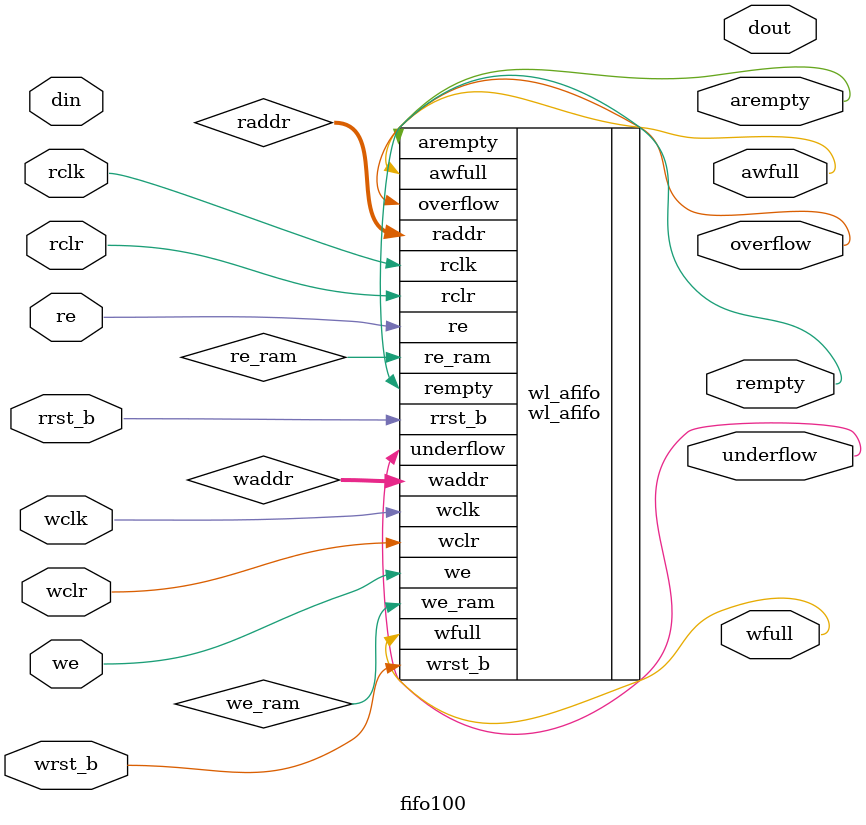
<source format=v>
`timescale 1ns / 1ps

module fifo100(
    dout         ,
    wfull        ,
    rempty       , 
    awfull       ,
    arempty      ,
    overflow     ,
    underflow    ,
    rclk         ,
    wclk         , 
    rrst_b       ,
    wrst_b       ,
    din          ,
    re           ,
    we           ,
    wclr         ,
    rclr                                              
    );
          
//parameters
parameter H=784;                   //
parameter TA = 8;                 //
parameter TB = 2;                 //
parameter W =32;                   //
parameter OREG =0 ;               //
parameter BWA=0;                  //

parameter L =  ( H <= 2 ) ? 1 :   //
               ( H <= 4 ) ? 2 :
               ( H <= 8 ) ? 3 :
               ( H <= 16 ) ? 4 :
               ( H <= 32 ) ? 5 :
               ( H <= 64 ) ? 6 :
               ( H <= 128 ) ? 7 :
               ( H <= 256 ) ? 8 :
               ( H <= 512 ) ? 9 :
               ( H <= 1024 ) ? 10 :
               ( H <= 2048 ) ? 11 :
               ( H <= 4096 ) ? 12 :
               ( H <= 8192 ) ? 13 : 
               ( H <= 16384 ) ? 14 : 
               ( H <= 32768 ) ? 15 : 16;    
 
//localparam RAM_H= ( H <= 2 ) ? 2 :   //
//               ( H <= 4 ) ? 4 :
//               ( H <= 8 ) ? 8 :
//               ( H <= 16 ) ? 16 :
//               ( H <= 32 ) ? 32 :
//               ( H <= 64 ) ? 64 :
//               ( H <= 128 ) ? 128 :
//               ( H <= 256 ) ? 256 :
//               ( H <= 512 ) ? 512 :
//               ( H <= 1024 ) ? 1024 :
//               ( H <= 2048 ) ? 2048 :
//               ( H <= 4096 ) ? 4096 :
//               ( H <= 8192 ) ? 8192 : 
//               ( H <= 16384 ) ? 16384 : 
//               ( H <= 32768 ) ? 32768 : 65536;  

//ports       
output [W-1:0]         dout;          //data out 
output                 wfull;         //wfull
output                 rempty;        //rempty
output                 awfull;        //almost full flag
output                 arempty;       //almost empty flag
output                 overflow;      //write when full
output                 underflow;     //read when empty

input                  rclk;          //read clk
input                  wclk;          //write clk
input                  rrst_b;        //read reset signal
input                  wrst_b;        //write reset signal
input [W-1:0]          din;           //data into fifo 
input                  re;            //read enable signal
input                  we;            //write enable signal           
input                  wclr;          //write clr signal
input                  rclr;          //read clr signal

//------------------------------------------------------------------------
//internal signals                       
wire                   re_ram;        //
wire                   we_ram;        //
wire  [L-1:0]          waddr;         //
wire  [L-1:0]          raddr;         //
wire  [W-1:0]          dout;          //
//------------------------------------------------------------------------

//instantiate wl_sdpram module

    
//instantiate wl_afifo module
wl_afifo#(H,TA,TB) wl_afifo
        (
        .wfull                  ( wfull        ),
        .rempty                 ( rempty       ),
        .awfull                 ( awfull       ),
        .arempty                ( arempty      ),
        .overflow               ( overflow     ),
        .underflow              ( underflow    ),
        .we_ram                 ( we_ram       ),
        .waddr                  ( waddr        ),
        .re_ram                 ( re_ram       ),
        .raddr                  ( raddr        ),
        .rclk                   ( rclk         ),
        .wclk                   ( wclk         ),
        .rrst_b                 ( rrst_b       ),
        .wrst_b                 ( wrst_b       ),
        .re                     ( re           ),
        .we                     ( we           ),
        .wclr                   ( wclr         ),
        .rclr                   ( rclr         )
        );   
         
endmodule                                                    

</source>
